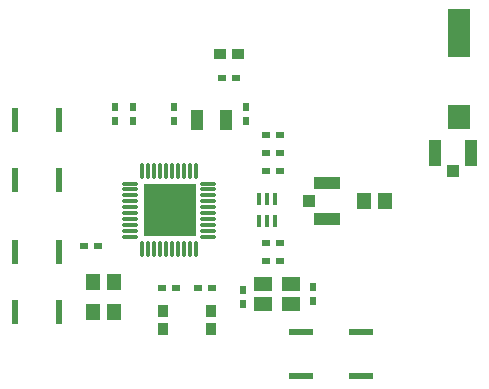
<source format=gtp>
%FSLAX25Y25*%
%MOIN*%
G70*
G01*
G75*
G04 Layer_Color=8421504*
%ADD10O,0.01180X0.05906*%
%ADD11O,0.05906X0.01180*%
%ADD12R,0.17716X0.17716*%
%ADD13R,0.04000X0.03500*%
%ADD14R,0.05906X0.04724*%
%ADD15R,0.03937X0.07087*%
%ADD16R,0.02953X0.02362*%
%ADD17R,0.02362X0.02953*%
%ADD18R,0.02362X0.07874*%
%ADD19R,0.07874X0.02362*%
%ADD20R,0.03500X0.04000*%
%ADD21R,0.04724X0.05512*%
%ADD22R,0.08800X0.04200*%
%ADD23R,0.04000X0.04000*%
%ADD24R,0.01400X0.04000*%
%ADD25R,0.07200X0.08000*%
%ADD26R,0.07200X0.16000*%
%ADD27R,0.04200X0.08800*%
%ADD28R,0.04000X0.04000*%
%ADD29C,0.01000*%
%ADD30C,0.02000*%
%ADD31C,0.04000*%
%ADD32C,0.10000*%
%ADD33R,0.03000X0.03000*%
%ADD34R,0.10000X0.08000*%
%ADD35C,0.12000*%
%ADD36C,0.04000*%
%ADD37R,0.05906X0.05906*%
%ADD38C,0.05906*%
%ADD39C,0.02500*%
%ADD40R,0.17700X0.17700*%
%ADD41R,0.20000X0.20000*%
%ADD42C,0.00600*%
%ADD43C,0.00787*%
%ADD44C,0.00400*%
D10*
X56571Y75994D02*
D03*
X58539D02*
D03*
X60508D02*
D03*
X62476D02*
D03*
X64445D02*
D03*
X66413D02*
D03*
X68382D02*
D03*
X70350D02*
D03*
X72319D02*
D03*
X74287D02*
D03*
Y50006D02*
D03*
X72319D02*
D03*
X70350D02*
D03*
X68382D02*
D03*
X66413D02*
D03*
X64445D02*
D03*
X62476D02*
D03*
X60508D02*
D03*
X58539D02*
D03*
X56571D02*
D03*
D11*
X78495Y71858D02*
D03*
Y69890D02*
D03*
Y67921D02*
D03*
Y65953D02*
D03*
Y63984D02*
D03*
Y62016D02*
D03*
Y60047D02*
D03*
Y58079D02*
D03*
Y56110D02*
D03*
Y54142D02*
D03*
X52505D02*
D03*
Y56110D02*
D03*
Y58079D02*
D03*
Y60047D02*
D03*
Y62016D02*
D03*
Y63984D02*
D03*
Y65953D02*
D03*
Y67921D02*
D03*
Y69890D02*
D03*
Y71858D02*
D03*
D12*
X65595Y62906D02*
D03*
D13*
X88492Y115000D02*
D03*
X82508D02*
D03*
D14*
X96776Y38346D02*
D03*
X106224D02*
D03*
Y31653D02*
D03*
X96776D02*
D03*
D15*
X84421Y93000D02*
D03*
X74579D02*
D03*
D16*
X87862Y107000D02*
D03*
X83138D02*
D03*
X102362Y82000D02*
D03*
X97638D02*
D03*
X79862Y37000D02*
D03*
X75138D02*
D03*
X63138D02*
D03*
X67862D02*
D03*
X102362Y46000D02*
D03*
X97638D02*
D03*
X41862Y51000D02*
D03*
X37138D02*
D03*
X97638Y52000D02*
D03*
X102362D02*
D03*
X97638Y76000D02*
D03*
X102362D02*
D03*
X97638Y88000D02*
D03*
X102362D02*
D03*
D17*
X47500Y92638D02*
D03*
Y97362D02*
D03*
X91000D02*
D03*
Y92638D02*
D03*
X113500Y37362D02*
D03*
Y32638D02*
D03*
X90000Y31638D02*
D03*
Y36362D02*
D03*
X67000Y97362D02*
D03*
Y92638D02*
D03*
X53500D02*
D03*
Y97362D02*
D03*
D18*
X28783Y93039D02*
D03*
Y72961D02*
D03*
X14138D02*
D03*
X14217Y93039D02*
D03*
X28783Y49039D02*
D03*
Y28961D02*
D03*
X14138D02*
D03*
X14217Y49039D02*
D03*
D19*
X109461Y22283D02*
D03*
X129539D02*
D03*
Y7638D02*
D03*
X109461Y7717D02*
D03*
D20*
X79500Y29492D02*
D03*
Y23508D02*
D03*
X63500Y29492D02*
D03*
Y23508D02*
D03*
D21*
X130457Y66000D02*
D03*
X137543D02*
D03*
X47043Y39000D02*
D03*
X39957D02*
D03*
X39957Y29000D02*
D03*
X47043D02*
D03*
D22*
X118000Y72000D02*
D03*
Y60000D02*
D03*
D23*
X112000Y66000D02*
D03*
D24*
X100600Y66600D02*
D03*
X98000D02*
D03*
X95400D02*
D03*
Y59400D02*
D03*
X98000D02*
D03*
X100600D02*
D03*
D25*
X162000Y94000D02*
D03*
D26*
Y122000D02*
D03*
D27*
X154000Y82000D02*
D03*
X166000D02*
D03*
D28*
X160000Y76000D02*
D03*
M02*

</source>
